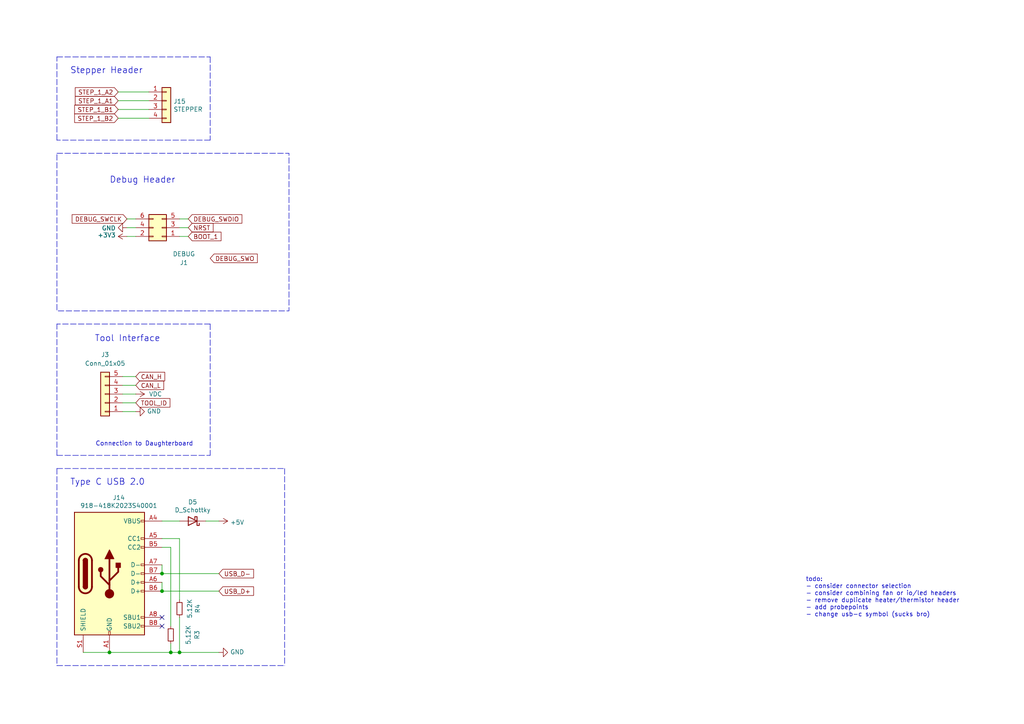
<source format=kicad_sch>
(kicad_sch (version 20231120) (generator "eeschema") (generator_version "8.0")
  (paper "A4")
  (title_block (title "Headers & Tool Interfacing") (date "2021-10-17") (rev "0.0") (company "VORTAC DESIGN") (comment 1 "!! wip untested revesion !!") (comment 2 "Designed to be used with Klipper Firmware") (comment 3 "Canbus Networked Smart Tool Board") (comment 4 "-- VORTAC PCB --"))
  (lib_symbols
    (symbol "Connector_Generic:Conn_01x04" (pin_names (offset 1.016) hide)
      (property "Reference" "J" (at 0 5.08 0))
      (property "Value" "Conn_01x04" (at 0 -7.62 0))
      (symbol "Conn_01x04_1_1"
        (rectangle (start -1.27 -4.953) (end 0 -5.207) (stroke (width 0.1524)))
        (rectangle (start -1.27 -2.413) (end 0 -2.667) (stroke (width 0.1524)))
        (rectangle (start -1.27 0.127) (end 0 -0.127) (stroke (width 0.1524)))
        (rectangle (start -1.27 2.667) (end 0 2.413) (stroke (width 0.1524)))
        (rectangle (start -1.27 3.81) (end 1.27 -6.35) (stroke (width 0.254)) (fill (type background)))
        (pin passive line (at -5.08 2.54 0) (length 3.81) (name "Pin_1") (number "1"))
        (pin passive line (at -5.08 0 0) (length 3.81) (name "Pin_2") (number "2"))
        (pin passive line (at -5.08 -2.54 0) (length 3.81) (name "Pin_3") (number "3"))
        (pin passive line (at -5.08 -5.08 0) (length 3.81) (name "Pin_4") (number "4"))
      )
    )
    (symbol "Connector_Generic:Conn_01x05" (pin_names (offset 1.016) hide)
      (property "Reference" "J" (at 0 7.62 0))
      (property "Value" "Conn_01x05" (at 0 -7.62 0))
      (symbol "Conn_01x05_1_1"
        (rectangle (start -1.27 -4.953) (end 0 -5.207) (stroke (width 0.1524)))
        (rectangle (start -1.27 -2.413) (end 0 -2.667) (stroke (width 0.1524)))
        (rectangle (start -1.27 0.127) (end 0 -0.127) (stroke (width 0.1524)))
        (rectangle (start -1.27 2.667) (end 0 2.413) (stroke (width 0.1524)))
        (rectangle (start -1.27 5.207) (end 0 4.953) (stroke (width 0.1524)))
        (rectangle (start -1.27 6.35) (end 1.27 -6.35) (stroke (width 0.254)) (fill (type background)))
        (pin passive line (at -5.08 5.08 0) (length 3.81) (name "Pin_1") (number "1"))
        (pin passive line (at -5.08 2.54 0) (length 3.81) (name "Pin_2") (number "2"))
        (pin passive line (at -5.08 0 0) (length 3.81) (name "Pin_3") (number "3"))
        (pin passive line (at -5.08 -2.54 0) (length 3.81) (name "Pin_4") (number "4"))
        (pin passive line (at -5.08 -5.08 0) (length 3.81) (name "Pin_5") (number "5"))
      )
    )
    (symbol "Connector_Generic:Conn_02x03_Odd_Even" (pin_names (offset 1.016) hide)
      (property "Reference" "J" (at 1.27 5.08 0))
      (property "Value" "Conn_02x03_Odd_Even" (at 1.27 -5.08 0))
      (symbol "Conn_02x03_Odd_Even_1_1"
        (rectangle (start -1.27 -2.413) (end 0 -2.667) (stroke (width 0.1524)))
        (rectangle (start -1.27 0.127) (end 0 -0.127) (stroke (width 0.1524)))
        (rectangle (start -1.27 2.667) (end 0 2.413) (stroke (width 0.1524)))
        (rectangle (start -1.27 3.81) (end 3.81 -3.81) (stroke (width 0.254)) (fill (type background)))
        (rectangle (start 3.81 -2.413) (end 2.54 -2.667) (stroke (width 0.1524)))
        (rectangle (start 3.81 0.127) (end 2.54 -0.127) (stroke (width 0.1524)))
        (rectangle (start 3.81 2.667) (end 2.54 2.413) (stroke (width 0.1524)))
        (pin passive line (at -5.08 2.54 0) (length 3.81) (name "Pin_1") (number "1"))
        (pin passive line (at 7.62 2.54 180) (length 3.81) (name "Pin_2") (number "2"))
        (pin passive line (at -5.08 0 0) (length 3.81) (name "Pin_3") (number "3"))
        (pin passive line (at 7.62 0 180) (length 3.81) (name "Pin_4") (number "4"))
        (pin passive line (at -5.08 -2.54 0) (length 3.81) (name "Pin_5") (number "5"))
        (pin passive line (at 7.62 -2.54 180) (length 3.81) (name "Pin_6") (number "6"))
      )
    )
    (symbol "Device:D_Schottky" (pin_numbers hide) (pin_names (offset 1.016) hide)
      (property "Reference" "D" (at 0 2.54 0))
      (property "Value" "D_Schottky" (at 0 -2.54 0))
      (symbol "D_Schottky_0_1"
        (polyline (pts (xy 1.27 0) (xy -1.27 0)))
        (polyline (pts (xy 1.27 1.27) (xy 1.27 -1.27) (xy -1.27 0) (xy 1.27 1.27)) (stroke (width 0.254)))
        (polyline (pts (xy -1.905 0.635) (xy -1.905 1.27) (xy -1.27 1.27) (xy -1.27 -1.27) (xy -0.635 -1.27) (xy -0.635 -0.635)) (stroke (width 0.254)))
      )
      (symbol "D_Schottky_1_1"
        (pin passive line (at -3.81 0 0) (length 2.54) (name "K") (number "1"))
        (pin passive line (at 3.81 0 180) (length 2.54) (name "A") (number "2"))
      )
    )
    (symbol "Device:R_Small" (pin_numbers hide) (pin_names (offset 0.254) hide)
      (property "Reference" "R" (at 0.762 0.508 0))
      (property "Value" "R_Small" (at 0.762 -1.016 0))
      (symbol "R_Small_0_1"
        (rectangle (start -0.762 1.778) (end 0.762 -1.778) (stroke (width 0.2032)))
      )
      (symbol "R_Small_1_1"
        (pin passive line (at 0 2.54 270) (length 0.762) (name "~") (number "1"))
        (pin passive line (at 0 -2.54 90) (length 0.762) (name "~") (number "2"))
      )
    )
    (symbol "VORTAC-rescue:+3.3V-power" (power) (pin_names (offset 0))
      (property "Value" "power_+3.3V" (at 0 3.556 0))
      (symbol "+3.3V-power_0_1"
        (polyline (pts (xy -0.762 1.27) (xy 0 2.54)))
        (polyline (pts (xy 0 0) (xy 0 2.54)))
        (polyline (pts (xy 0 2.54) (xy 0.762 1.27)))
      )
      (symbol "+3.3V-power_1_1"
        (pin power_in line (at 0 0 90) (length 0) hide (name "+3V3") (number "1"))
      )
    )
    (symbol "VORTAC-rescue:+5V-power" (power) (pin_names (offset 0))
      (property "Value" "power_+5V" (at 0 3.556 0))
      (symbol "+5V-power_0_1"
        (polyline (pts (xy -0.762 1.27) (xy 0 2.54)))
        (polyline (pts (xy 0 0) (xy 0 2.54)))
        (polyline (pts (xy 0 2.54) (xy 0.762 1.27)))
      )
      (symbol "+5V-power_1_1"
        (pin power_in line (at 0 0 90) (length 0) hide (name "+5V") (number "1"))
      )
    )
    (symbol "VORTAC-rescue:GND-power" (power) (pin_names (offset 0))
      (property "Value" "power_GND" (at 0 -3.81 0))
      (symbol "GND-power_0_1"
        (polyline (pts (xy 0 0) (xy 0 -1.27) (xy 1.27 -1.27) (xy 0 -2.54) (xy -1.27 -1.27) (xy 0 -1.27)))
      )
      (symbol "GND-power_1_1"
        (pin power_in line (at 0 0 270) (length 0) hide (name "GND") (number "1"))
      )
    )
    (symbol "VORTAC-rescue:USB_C_Receptacle_USB2.0-Connector" (pin_names (offset 1.016))
      (property "Reference" "J" (at -10.16 19.05 0))
      (property "Value" "Connector_USB_C_Receptacle_USB2.0" (at 19.05 19.05 0))
      (symbol "USB_C_Receptacle_USB2.0-Connector_0_0"
        (rectangle (start -0.254 -17.78) (end 0.254 -16.764))
        (rectangle (start 10.16 -14.986) (end 9.144 -15.494))
        (rectangle (start 10.16 -12.446) (end 9.144 -12.954))
        (rectangle (start 10.16 -4.826) (end 9.144 -5.334))
        (rectangle (start 10.16 -2.286) (end 9.144 -2.794))
        (rectangle (start 10.16 0.254) (end 9.144 -0.254))
        (rectangle (start 10.16 2.794) (end 9.144 2.286))
        (rectangle (start 10.16 7.874) (end 9.144 7.366))
        (rectangle (start 10.16 10.414) (end 9.144 9.906))
        (rectangle (start 10.16 15.494) (end 9.144 14.986))
      )
      (symbol "USB_C_Receptacle_USB2.0-Connector_0_1"
        (rectangle (start -10.16 17.78) (end 10.16 -17.78) (stroke (width 0.254)) (fill (type background)))
        (arc (start -8.89 -3.81) (mid -6.985 -5.715) (end -5.08 -3.81) (stroke (width 0.508)))
        (arc (start -7.62 -3.81) (mid -6.985 -4.445) (end -6.35 -3.81) (stroke (width 0.254)))
        (arc (start -7.62 -3.81) (mid -6.985 -4.445) (end -6.35 -3.81) (stroke (width 0.254)) (fill (type outline)))
        (rectangle (start -7.62 -3.81) (end -6.35 3.81) (stroke (width 0.254)) (fill (type outline)))
        (arc (start -6.35 3.81) (mid -6.985 4.445) (end -7.62 3.81) (stroke (width 0.254)))
        (arc (start -6.35 3.81) (mid -6.985 4.445) (end -7.62 3.81) (stroke (width 0.254)) (fill (type outline)))
        (arc (start -5.08 3.81) (mid -6.985 5.715) (end -8.89 3.81) (stroke (width 0.508)))
        (circle (center -2.54 1.143) (radius 0.635) (stroke (width 0.254)) (fill (type outline)))
        (circle (center 0 -5.842) (radius 1.27) (fill (type outline)))
        (polyline (pts (xy -8.89 -3.81) (xy -8.89 3.81)) (stroke (width 0.508)))
        (polyline (pts (xy -5.08 3.81) (xy -5.08 -3.81)) (stroke (width 0.508)))
        (polyline (pts (xy 0 -5.842) (xy 0 4.318)) (stroke (width 0.508)))
        (polyline (pts (xy 0 -3.302) (xy -2.54 -0.762) (xy -2.54 0.508)) (stroke (width 0.508)))
        (polyline (pts (xy 0 -2.032) (xy 2.54 0.508) (xy 2.54 1.778)) (stroke (width 0.508)))
        (polyline (pts (xy -1.27 4.318) (xy 0 6.858) (xy 1.27 4.318) (xy -1.27 4.318)) (stroke (width 0.254)) (fill (type outline)))
        (rectangle (start 1.905 1.778) (end 3.175 3.048) (stroke (width 0.254)) (fill (type outline)))
      )
      (symbol "USB_C_Receptacle_USB2.0-Connector_1_1"
        (pin passive line (at 0 -22.86 90) (length 5.08) (name "GND") (number "A1"))
        (pin passive line (at 0 -22.86 90) (length 5.08) hide (name "GND") (number "A12"))
        (pin passive line (at 15.24 15.24 180) (length 5.08) (name "VBUS") (number "A4"))
        (pin bidirectional line (at 15.24 10.16 180) (length 5.08) (name "CC1") (number "A5"))
        (pin bidirectional line (at 15.24 -2.54 180) (length 5.08) (name "D+") (number "A6"))
        (pin bidirectional line (at 15.24 2.54 180) (length 5.08) (name "D-") (number "A7"))
        (pin bidirectional line (at 15.24 -12.7 180) (length 5.08) (name "SBU1") (number "A8"))
        (pin passive line (at 15.24 15.24 180) (length 5.08) hide (name "VBUS") (number "A9"))
        (pin passive line (at 0 -22.86 90) (length 5.08) hide (name "GND") (number "B1"))
        (pin passive line (at 0 -22.86 90) (length 5.08) hide (name "GND") (number "B12"))
        (pin passive line (at 15.24 15.24 180) (length 5.08) hide (name "VBUS") (number "B4"))
        (pin bidirectional line (at 15.24 7.62 180) (length 5.08) (name "CC2") (number "B5"))
        (pin bidirectional line (at 15.24 -5.08 180) (length 5.08) (name "D+") (number "B6"))
        (pin bidirectional line (at 15.24 0 180) (length 5.08) (name "D-") (number "B7"))
        (pin bidirectional line (at 15.24 -15.24 180) (length 5.08) (name "SBU2") (number "B8"))
        (pin passive line (at 15.24 15.24 180) (length 5.08) hide (name "VBUS") (number "B9"))
        (pin passive line (at -7.62 -22.86 90) (length 5.08) (name "SHIELD") (number "S1"))
      )
    )
    (symbol "power:VDC" (power) (pin_numbers hide) (pin_names (offset 0) hide)
      (property "Value" "VDC" (at 0 3.556 0))
      (symbol "VDC_0_1"
        (polyline (pts (xy -0.762 1.27) (xy 0 2.54)))
        (polyline (pts (xy 0 0) (xy 0 2.54)))
        (polyline (pts (xy 0 2.54) (xy 0.762 1.27)))
      )
      (symbol "VDC_1_1"
        (pin power_in line (at 0 0 90) (length 0) (name "~") (number "1"))
      )
    )
  )
  (junction (at 31.75 189.23))
  (junction (at 49.53 189.23))
  (junction (at 52.07 189.23))
  (junction (at 46.99 166.37))
  (junction (at 46.99 171.45))
  (no_connect (at 46.99 179.07))
  (no_connect (at 46.99 181.61))
  (polyline (pts (xy 60.96 40.64) (xy 16.51 40.64)) (stroke (width 0) (type dash)))
  (wire (pts (xy 43.18 34.29) (xy 34.29 34.29)))
  (wire (pts (xy 46.99 156.21) (xy 52.07 156.21)))
  (wire (pts (xy 34.29 31.75) (xy 43.18 31.75)))
  (polyline (pts (xy 16.51 132.08) (xy 16.51 93.98)) (stroke (width 0) (type dash)))
  (wire (pts (xy 49.53 158.75) (xy 49.53 181.61)))
  (wire (pts (xy 35.56 116.84) (xy 39.37 116.84)))
  (polyline (pts (xy 60.96 16.51) (xy 60.96 40.64)) (stroke (width 0) (type dash)))
  (wire (pts (xy 24.13 189.23) (xy 31.75 189.23)))
  (wire (pts (xy 35.56 109.22) (xy 39.37 109.22)))
  (wire (pts (xy 35.56 114.3) (xy 39.37 114.3)))
  (polyline (pts (xy 60.96 93.98) (xy 60.96 132.08)) (stroke (width 0) (type dash)))
  (polyline (pts (xy 60.96 93.98) (xy 16.51 93.98)) (stroke (width 0) (type dash)))
  (wire (pts (xy 36.83 63.5) (xy 39.37 63.5)))
  (wire (pts (xy 54.61 68.58) (xy 52.07 68.58)))
  (polyline (pts (xy 16.51 16.51) (xy 60.96 16.51)) (stroke (width 0) (type dash)))
  (wire (pts (xy 35.56 119.38) (xy 39.37 119.38)))
  (polyline (pts (xy 16.51 135.89) (xy 16.51 193.04)) (stroke (width 0) (type dash)))
  (wire (pts (xy 46.99 171.45) (xy 63.5 171.45)))
  (wire (pts (xy 52.07 63.5) (xy 54.61 63.5)))
  (wire (pts (xy 39.37 66.04) (xy 36.83 66.04)))
  (wire (pts (xy 49.53 186.69) (xy 49.53 189.23)))
  (wire (pts (xy 43.18 29.21) (xy 34.29 29.21)))
  (wire (pts (xy 46.99 151.13) (xy 52.07 151.13)))
  (wire (pts (xy 49.53 189.23) (xy 52.07 189.23)))
  (polyline (pts (xy 82.55 135.89) (xy 82.55 193.04)) (stroke (width 0) (type dash)))
  (wire (pts (xy 59.69 151.13) (xy 63.5 151.13)))
  (polyline (pts (xy 16.51 193.04) (xy 82.55 193.04)) (stroke (width 0) (type dash)))
  (wire (pts (xy 31.75 189.23) (xy 49.53 189.23)))
  (wire (pts (xy 34.29 26.67) (xy 43.18 26.67)))
  (wire (pts (xy 35.56 111.76) (xy 39.37 111.76)))
  (wire (pts (xy 52.07 189.23) (xy 52.07 179.07)))
  (wire (pts (xy 52.07 173.99) (xy 52.07 156.21)))
  (wire (pts (xy 52.07 66.04) (xy 54.61 66.04)))
  (polyline (pts (xy 16.51 132.08) (xy 60.96 132.08)) (stroke (width 0) (type dash)))
  (wire (pts (xy 46.99 158.75) (xy 49.53 158.75)))
  (polyline (pts (xy 16.51 40.64) (xy 16.51 16.51)) (stroke (width 0) (type dash)))
  (wire (pts (xy 52.07 189.23) (xy 63.5 189.23)))
  (wire (pts (xy 46.99 168.91) (xy 46.99 171.45)))
  (polyline (pts (xy 16.51 135.89) (xy 82.55 135.89)) (stroke (width 0) (type dash)))
  (wire (pts (xy 36.83 68.58) (xy 39.37 68.58)))
  (wire (pts (xy 46.99 166.37) (xy 63.5 166.37)))
  (wire (pts (xy 46.99 163.83) (xy 46.99 166.37)))
  (rectangle (start 16.51 44.45) (end 83.82 90.17) (stroke (width 0) (type dash)))
  (text "todo:\n- consider connector selection\n- consider combining fan or io/led headers\n- remove duplicate heater/thermistor header\n- add probepoints\n- change usb-c symbol (sucks bro)" (at 233.68 179.07 0) (effects (font (size 1.27 1.27)) (justify left bottom)))
  (text "Connection to Daughterboard" (at 27.686 129.54 0) (effects (font (size 1.27 1.27)) (justify left bottom)))
  (text "Tool Interface" (at 27.432 99.314 0) (effects (font (size 1.8034 1.8034)) (justify left bottom)))
  (text "Stepper Header" (at 20.32 21.59 0) (effects (font (size 1.8034 1.8034)) (justify left bottom)))
  (text "Debug Header" (at 31.75 53.34 0) (effects (font (size 1.8034 1.8034)) (justify left bottom)))
  (text "Type C USB 2.0" (at 20.32 140.97 0) (effects (font (size 1.8034 1.8034)) (justify left bottom)))
  (global_label "STEP_1_A1" (shape input) (at 34.29 29.21 180) (property "Intersheetrefs" "${INTERSHEET_REFS}" (effects (hide yes))))
  (global_label "STEP_1_A2" (shape input) (at 34.29 26.67 180) (property "Intersheetrefs" "${INTERSHEET_REFS}" (effects (hide yes))))
  (global_label "TOOL_ID" (shape input) (at 39.37 116.84 0) (property "Intersheetrefs" "${INTERSHEET_REFS}" (effects (hide yes))))
  (global_label "STEP_1_B1" (shape input) (at 34.29 31.75 180) (property "Intersheetrefs" "${INTERSHEET_REFS}" (effects (hide yes))))
  (global_label "BOOT_1" (shape input) (at 54.61 68.58 0) (property "Intersheetrefs" "${INTERSHEET_REFS}" (effects (hide yes))))
  (global_label "DEBUG_SWDIO" (shape input) (at 54.61 63.5 0) (property "Intersheetrefs" "${INTERSHEET_REFS}" (effects (hide yes))))
  (global_label "USB_D-" (shape input) (at 63.5 166.37 0) (property "Intersheetrefs" "${INTERSHEET_REFS}" (effects (hide yes))))
  (global_label "USB_D+" (shape input) (at 63.5 171.45 0) (property "Intersheetrefs" "${INTERSHEET_REFS}" (effects (hide yes))))
  (global_label "CAN_L" (shape input) (at 39.37 111.76 0) (property "Intersheetrefs" "${INTERSHEET_REFS}" (effects (hide yes))))
  (global_label "STEP_1_B2" (shape input) (at 34.29 34.29 180) (property "Intersheetrefs" "${INTERSHEET_REFS}" (effects (hide yes))))
  (global_label "NRST" (shape input) (at 54.61 66.04 0) (property "Intersheetrefs" "${INTERSHEET_REFS}" (effects (hide yes))))
  (global_label "DEBUG_SWO" (shape input) (at 60.96 74.93 0) (property "Intersheetrefs" "${INTERSHEET_REFS}" (effects (hide yes))))
  (global_label "CAN_H" (shape input) (at 39.37 109.22 0) (property "Intersheetrefs" "${INTERSHEET_REFS}" (effects (hide yes))))
  (global_label "DEBUG_SWCLK" (shape input) (at 36.83 63.5 180) (property "Intersheetrefs" "${INTERSHEET_REFS}" (effects (hide yes))))
  (symbol (lib_id "Connector_Generic:Conn_01x04") (at 48.26 29.21 0) (unit 1)
    (property "Reference" "J15" (at 50.292 29.4132 0) (effects (justify left)))
    (property "Value" "STEPPER" (at 50.292 31.7246 0) (effects (justify left)))
    (property "Footprint" "Connector_JST:JST_PH_B4B-PH-K_1x04_P2.00mm_Vertical" (effects (hide yes)))
    (property "Description" "Generic connector, single row, 01x04, script generated (kicad-library-utils/schlib/autogen/connector/)" (effects (hide yes)))
    (property "LCSC" "C144395" (effects (hide yes)))
  )
  (symbol (lib_id "VORTAC-rescue:USB_C_Receptacle_USB2.0-Connector") (at 31.75 166.37 0) (unit 1)
    (property "Reference" "J14" (at 34.4678 144.3482 0))
    (property "Value" "918-418K2023S40001" (at 34.4678 146.6596 0))
    (property "Footprint" "Connector_USB:USB_C_Receptacle_GCT_USB4115-03-C" (effects (hide yes)))
    (property "Datasheet" "https://datasheet.lcsc.com/lcsc/2103051833_Jing-Extension-of-the-Electronic-Co.-918-418K2023S40001_C167321.pdf" (effects (hide yes)))
    (property "LCSC" "C167321" (effects (hide yes)))
  )
  (symbol (lib_id "Device:R_Small") (at 49.53 184.15 180) (unit 1)
    (property "Reference" "R3" (at 57.15 184.15 90))
    (property "Value" "5.12K" (at 54.61 184.15 90))
    (property "Footprint" "Resistor_SMD:R_0402_1005Metric" (effects (hide yes)))
    (property "Description" "Resistor, small symbol" (effects (hide yes)))
  )
  (symbol (lib_id "VORTAC-rescue:GND-power") (at 63.5 189.23 90) (unit 1)
    (property "Reference" "#PWR09" (effects (hide yes)))
    (property "Value" "GND" (at 66.7512 189.103 90) (effects (justify right)))
  )
  (symbol (lib_id "Device:R_Small") (at 52.07 176.53 180) (unit 1)
    (property "Reference" "R4" (at 57.3278 176.53 90))
    (property "Value" "5.12K" (at 55.0164 176.53 90))
    (property "Footprint" "Resistor_SMD:R_0402_1005Metric" (effects (hide yes)))
    (property "Description" "Resistor, small symbol" (effects (hide yes)))
  )
  (symbol (lib_id "Device:D_Schottky") (at 55.88 151.13 180) (unit 1)
    (property "Reference" "D5" (at 55.88 145.6182 0))
    (property "Value" "D_Schottky" (at 55.88 147.9296 0))
    (property "Footprint" "Diode_SMD:D_SOD-123" (effects (hide yes)))
    (property "Description" "Schottky diode" (effects (hide yes)))
    (property "LCSC" "C37049" (effects (hide yes)))
  )
  (symbol (lib_id "Connector_Generic:Conn_02x03_Odd_Even") (at 46.99 66.04 180) (unit 1)
    (property "Reference" "J1" (at 53.34 76.2 0))
    (property "Value" "DEBUG" (at 53.34 73.66 0))
    (property "Footprint" "ToolChanger:PinHeader_2x03_P1.27mm_Vertical" (effects (hide yes)))
    (property "Description" "Generic connector, double row, 02x03, odd/even pin numbering scheme (row 1 odd numbers, row 2 even numbers), script generated (kicad-library-utils/schlib/autogen/connector/)" (effects (hide yes)))
  )
  (symbol (lib_id "VORTAC-rescue:GND-power") (at 39.37 119.38 90) (unit 1)
    (property "Reference" "#PWR0120" (effects (hide yes)))
    (property "Value" "GND" (at 42.6212 119.253 90) (effects (justify right)))
  )
  (symbol (lib_id "VORTAC-rescue:+5V-power") (at 63.5 151.13 270) (unit 1)
    (property "Reference" "#PWR0138" (effects (hide yes)))
    (property "Value" "+5V" (at 66.7512 151.511 90) (effects (justify left)))
  )
  (symbol (lib_id "VORTAC-rescue:+3.3V-power") (at 36.83 68.58 90) (unit 1)
    (property "Reference" "#PWR0160" (effects (hide yes)))
    (property "Value" "+3V3" (at 33.5788 68.199 90) (effects (justify left)))
  )
  (symbol (lib_id "VORTAC-rescue:GND-power") (at 36.83 66.04 270) (unit 1)
    (property "Reference" "#PWR0161" (effects (hide yes)))
    (property "Value" "GND" (at 33.5788 66.167 90) (effects (justify right)))
  )
  (symbol (lib_id "Connector_Generic:Conn_01x05") (at 30.48 114.3 180) (unit 1)
    (property "Reference" "J3" (at 30.48 102.87 0))
    (property "Value" "Conn_01x05" (at 30.48 105.41 0))
    (property "Footprint" "Connector_PinHeader_2.54mm:PinHeader_1x05_P2.54mm_Vertical" (effects (hide yes)))
    (property "Description" "Generic connector, single row, 01x05, script generated (kicad-library-utils/schlib/autogen/connector/)" (effects (hide yes)))
  )
  (symbol (lib_id "power:VDC") (at 39.37 114.3 270) (unit 1)
    (property "Reference" "#PWR01" (effects (hide yes)))
    (property "Value" "VDC" (at 43.18 114.2999 90) (effects (justify left)))
    (property "Description" "Power symbol creates a global label with name \"VDC\"" (effects (hide yes)))
  )
)
</source>
